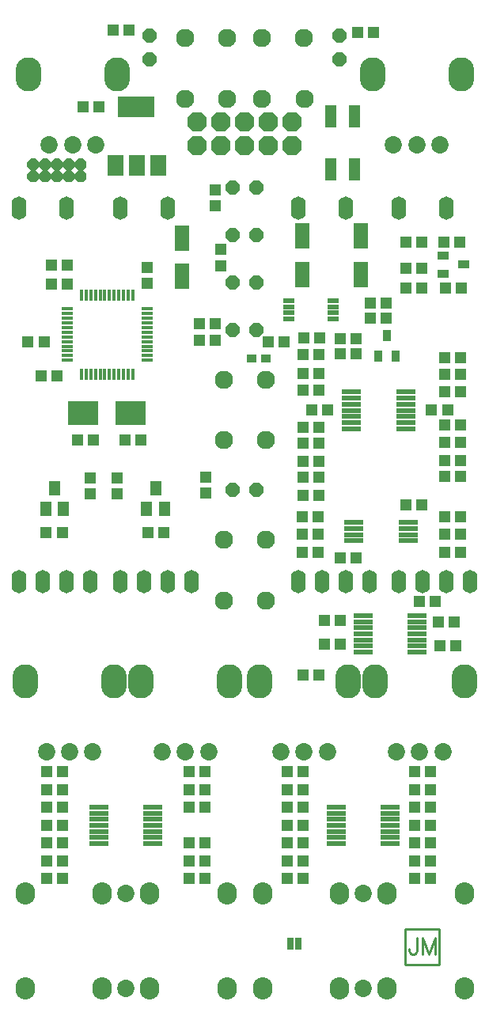
<source format=gts>
G04 DipTrace 4.1.1.0*
G04 alps_final1.GTS*
%MOIN*%
G04 #@! TF.FileFunction,Soldermask,Top*
G04 #@! TF.Part,Single*
%AMOUTLINE1*
4,1,8,
-0.025,-0.010355,
-0.010355,-0.025,
0.010355,-0.025,
0.025,-0.010355,
0.025,0.010355,
0.010355,0.025,
-0.010355,0.025,
-0.025,0.010355,
-0.025,-0.010355,
0*%
%AMOUTLINE4*
4,1,8,
0.041,0.016982,
0.016982,0.041,
-0.016982,0.041,
-0.041,0.016982,
-0.041,-0.016982,
-0.016982,-0.041,
0.016982,-0.041,
0.041,-0.016982,
0.041,0.016982,
0*%
%AMOUTLINE7*
4,1,8,
0.03,-0.012426,
0.012426,-0.03,
-0.012426,-0.03,
-0.03,-0.012426,
-0.03,0.012426,
-0.012426,0.03,
0.012426,0.03,
0.03,0.012426,
0.03,-0.012426,
0*%
%AMOUTLINE10*
4,1,8,
-0.012426,-0.03,
-0.03,-0.012426,
-0.03,0.012426,
-0.012426,0.03,
0.012426,0.03,
0.03,0.012426,
0.03,-0.012426,
0.012426,-0.03,
-0.012426,-0.03,
0*%
%AMOUTLINE12*
4,1,4,
-0.0125,-0.025,
0.0125,-0.025,
0.0125,0.025,
-0.0125,0.025,
-0.0125,-0.025,
0*%
%ADD17C,0.01*%
%ADD60O,0.063X0.098*%
%ADD62R,0.04737X0.018*%
%ADD64R,0.018X0.04737*%
%ADD66C,0.077*%
%ADD68O,0.108X0.143*%
%ADD70R,0.04737X0.063118*%
%ADD72R,0.12611X0.102488*%
%ADD74R,0.041465X0.035559*%
%ADD76C,0.073*%
%ADD78O,0.083X0.093*%
%ADD80R,0.04737X0.035559*%
%ADD82R,0.078866X0.023748*%
%ADD84R,0.048157X0.024142*%
%ADD86R,0.035559X0.04737*%
%ADD88R,0.158X0.087*%
%ADD90R,0.067X0.087*%
%ADD92R,0.04737X0.094614*%
%ADD94R,0.04737X0.051307*%
%ADD96R,0.051307X0.04737*%
%ADD98R,0.063118X0.110362*%
%ADD106OUTLINE1*%
%ADD109OUTLINE4*%
%ADD112OUTLINE7*%
%ADD115OUTLINE10*%
%ADD117OUTLINE12*%
%ADD103C,0.010807*%
%FSLAX26Y26*%
G04*
G70*
G90*
G75*
G01*
G04 TopMask*
%LPD*%
D98*
X1877384Y3601694D3*
X1877381Y3763112D3*
X1632281Y3601694D3*
X1632278Y3763112D3*
D96*
X597987Y3173382D3*
X531057D3*
D98*
X1125489Y3594000D3*
X1125486Y3755417D3*
D96*
X1486714Y3316748D3*
X1553643D3*
X885332Y2905811D3*
X952261D3*
X752261D3*
X685332D3*
X641742Y3559855D3*
X574813Y3559854D3*
X774589Y4306934D3*
X707660Y4306932D3*
D94*
X975785Y3565457D3*
X975784Y3632386D3*
D96*
X1858952Y3269000D3*
X1792023D3*
X1636097Y3333360D3*
X1703026D3*
X1634277Y3266244D3*
X1701206D3*
X2297737Y2819661D3*
X2230808D3*
Y2969093D3*
X2297737D3*
X621452Y1281500D3*
X554523D3*
X2297737Y3181593D3*
X2230808D3*
X2067687Y3737299D3*
X2134616D3*
X1633106Y2746596D3*
X1700035D3*
Y2890346D3*
X1633106D3*
X1737988Y3031500D3*
X1671059D3*
X2135098Y3627500D3*
X2068169D3*
X1633106Y3115346D3*
X1700035D3*
X2242417Y3031501D3*
X2175488Y3031499D3*
X621452Y1431500D3*
X554523D3*
Y1131500D3*
X621452D3*
X1221452Y1131501D3*
X1154523Y1131499D3*
X1221452Y1431500D3*
X1154523D3*
X2171452Y1281500D3*
X2104523D3*
X1633952D3*
X1567023D3*
X1696452Y2506500D3*
X1629523D3*
D92*
X1750488Y4044000D3*
X1850488D3*
Y4268803D3*
X1750488D3*
D90*
X843257Y4060163D3*
X933257D3*
X1023257D3*
D88*
X932257Y4308163D3*
D86*
X1987988Y3344000D3*
X2025389Y3257386D3*
X1950586D3*
D84*
X1762199Y3415197D3*
Y3440787D3*
Y3466378D3*
Y3491969D3*
X1573223D3*
Y3466378D3*
Y3440787D3*
Y3415197D3*
D82*
X1837988Y3106500D3*
Y3080909D3*
Y3055319D3*
Y3029728D3*
Y3004138D3*
Y2978547D3*
X1837996Y2952957D3*
X2066334D3*
Y2978547D3*
Y3004138D3*
Y3029728D3*
Y3055319D3*
Y3080909D3*
Y3106500D3*
D80*
X2311853Y3643660D3*
X2225239Y3606259D3*
Y3681062D3*
D78*
X1988488Y594000D3*
X2313488D3*
D76*
X1888488D3*
D78*
X988490D3*
X1313490D3*
D76*
X888490D3*
D78*
X1787488D3*
X1462488D3*
D76*
X1887488D3*
D78*
X787490D3*
X462490D3*
D76*
X887490D3*
D78*
X1988488Y994001D3*
X2313488Y994006D3*
D76*
X1888488Y993999D3*
D78*
X1787488Y994000D3*
X1462488Y993992D3*
D76*
X1887488Y994003D3*
D78*
X988488Y994001D3*
X1313488Y994006D3*
D76*
X888488Y993999D3*
D78*
X787488Y994000D3*
X462488Y993992D3*
D76*
X887488Y994003D3*
D106*
X698718Y4063825D3*
Y4013827D3*
X648718Y4063825D3*
Y4013827D3*
X598718Y4063825D3*
Y4013827D3*
X548718Y4063825D3*
Y4013827D3*
X498718Y4063825D3*
Y4013827D3*
D109*
X1187988Y4145804D3*
Y4245804D3*
X1287988Y4145804D3*
Y4245804D3*
X1387988Y4145804D3*
Y4245804D3*
X1487988Y4145804D3*
Y4245804D3*
X1587988Y4145804D3*
Y4245804D3*
D74*
X1415788Y3248290D3*
X1478780D3*
D112*
X1337988Y2694000D3*
X1437988D3*
X1337988Y3969000D3*
X1437988D3*
X1337988Y3769000D3*
X1437988D3*
X1337988Y3569000D3*
X1437988D3*
X1337988Y3369000D3*
X1437988D3*
D115*
X987988Y4606500D3*
Y4506500D3*
X1787988Y4606500D3*
Y4506500D3*
D72*
X907637Y3016948D3*
X708010D3*
D70*
X1012988Y2702102D3*
X1050389Y2615488D3*
X975586D3*
X587988Y2702102D3*
X625389Y2615488D3*
X550586D3*
D94*
X1225488Y2681500D3*
X1225487Y2748429D3*
D96*
X573379Y3642058D3*
X640308D3*
D94*
X1262485Y3957020D3*
Y3890091D3*
X1287988Y3706500D3*
Y3639571D3*
D96*
X1265403Y3326136D3*
X1198473Y3326134D3*
X1264914Y3394591D3*
X1197985Y3394590D3*
X1792023Y3331500D3*
X1858952D3*
X1864185Y4620496D3*
X1931114D3*
X1983952Y3419000D3*
X1917023D3*
X475488Y3319000D3*
X542417D3*
X2230808Y2894661D3*
X2297737D3*
X1046452Y2514602D3*
X979523D3*
D94*
X850488Y2677102D3*
X850487Y2744031D3*
D96*
X2297737Y2750912D3*
X2230808D3*
Y3106593D3*
X2297737D3*
X2300488Y3544000D3*
X2233559D3*
X2297737Y3250343D3*
X2230808D3*
X1983952Y3481500D3*
X1917023D3*
X901757Y4632611D3*
X834828Y4632609D3*
X1700035Y2815346D3*
X1633106D3*
X2226286Y3737579D3*
X2293215D3*
X1633106Y2671597D3*
X1700035D3*
X619237Y2514602D3*
X552308D3*
D94*
X737988Y2677102D3*
X737987Y2744031D3*
D96*
X1700035Y2959096D3*
X1633106D3*
X2066973Y3544256D3*
X2133903D3*
X1633106Y3184095D3*
X1700035Y3184097D3*
X621452Y1056500D3*
X554523D3*
X1154523D3*
X1221452D3*
X554523Y1506500D3*
X621452D3*
Y1356501D3*
X554523Y1356499D3*
Y1206500D3*
X621452D3*
X1154523Y1356500D3*
X1221452D3*
Y1506500D3*
X1154523D3*
D76*
X2223488Y1592751D3*
X2125488Y1592475D3*
X2027488Y1592751D3*
D68*
X1938488Y1887751D3*
X2312488D3*
D96*
X1221452Y1206501D3*
X1154523Y1206499D3*
X1567023Y1356500D3*
X1633952D3*
X1567023Y1506500D3*
X1633952D3*
D76*
X1735988Y1592751D3*
X1637988Y1592475D3*
X1539988Y1592751D3*
D68*
X1450988Y1887751D3*
X1824988D3*
D96*
X1567023Y1206500D3*
X1633952D3*
X1567023Y1056500D3*
X1633952D3*
D76*
X1235988Y1592751D3*
X1137988Y1592475D3*
X1039988Y1592751D3*
D68*
X950988Y1887751D3*
X1324988D3*
D96*
X2171452Y1206501D3*
X2104523Y1206499D3*
X2171452Y1056500D3*
X2104523D3*
D76*
X748488Y1592751D3*
X650488Y1592475D3*
X552488Y1592751D3*
D68*
X463488Y1887751D3*
X837488D3*
D96*
X2171452Y1506500D3*
X2104523D3*
X2171452Y1356500D3*
X2104523D3*
X1633952Y1431500D3*
X1567023D3*
X1633952Y1131500D3*
X1567023D3*
X2104523D3*
X2171452D3*
X2104523Y1431500D3*
X2171452D3*
D76*
X760988Y4149000D3*
X662988Y4148724D3*
X564988Y4149000D3*
D68*
X475988Y4444000D3*
X849988D3*
D96*
X1629523Y2431500D3*
X1696452D3*
Y2581500D3*
X1629523D3*
D117*
X1614488Y781596D3*
X1581023D3*
D66*
X1299194Y2484307D3*
X1476361Y2484600D3*
X1476782Y2228694D3*
X1299199Y2228353D3*
X1476782Y2903693D3*
X1299615Y2903400D3*
X1299194Y3159306D3*
X1476777Y3159647D3*
X1461694Y4596807D3*
X1638861Y4597100D3*
X1639282Y4341194D3*
X1461699Y4340853D3*
X1136694Y4596807D3*
X1313861Y4597100D3*
X1314282Y4341194D3*
X1136699Y4340853D3*
D82*
X773815Y1358272D3*
Y1332681D3*
Y1307091D3*
Y1281500D3*
Y1255909D3*
Y1230319D3*
X773822Y1204728D3*
X1002161D3*
Y1230319D3*
Y1255909D3*
Y1281500D3*
Y1307091D3*
Y1332681D3*
Y1358272D3*
X1773815D3*
Y1332681D3*
Y1307091D3*
Y1281500D3*
Y1255909D3*
Y1230319D3*
X1773822Y1204728D3*
X2002161D3*
Y1230319D3*
Y1255909D3*
Y1281500D3*
Y1307091D3*
Y1332681D3*
Y1358272D3*
X1848815Y2557386D3*
Y2531795D3*
Y2506205D3*
Y2480614D3*
X2077161D3*
Y2506205D3*
Y2531795D3*
Y2557386D3*
D96*
X2296452Y2581500D3*
X2229523D3*
Y2431500D3*
X2296452D3*
Y2506500D3*
X2229523D3*
D64*
X700488Y3181500D3*
X720173D3*
X739858D3*
X759543D3*
X779228D3*
X798913D3*
X818598D3*
X838283D3*
X857968D3*
X877653D3*
X897338D3*
X917023D3*
D62*
X976078Y3240555D3*
Y3260240D3*
Y3279925D3*
Y3299610D3*
Y3319295D3*
Y3338980D3*
Y3358665D3*
Y3378350D3*
Y3398035D3*
Y3417720D3*
Y3437406D3*
Y3457091D3*
D64*
X917023Y3516146D3*
X897338D3*
X877653D3*
X857968D3*
X838283D3*
X818598D3*
X798913D3*
X779228D3*
X759543D3*
X739858D3*
X720173D3*
X700488D3*
D62*
X641433Y3457091D3*
Y3437406D3*
Y3417720D3*
Y3398035D3*
Y3378350D3*
Y3358665D3*
Y3338980D3*
Y3319295D3*
Y3299610D3*
Y3279925D3*
Y3260240D3*
Y3240555D3*
D76*
X2210988Y4149000D3*
X2112988Y4148724D3*
X2014988Y4149000D3*
D68*
X1925988Y4444000D3*
X2299988D3*
D96*
X1792023Y2406500D3*
X1858952D3*
X2067023Y2631500D3*
X2133952D3*
D60*
X2237988Y2306598D3*
X2337988D3*
X2237988Y3881402D3*
X2137988Y2306598D3*
X2037988Y3881402D3*
Y2306598D3*
X1812988D3*
X1912988D3*
X1812988Y3881402D3*
X1712988Y2306598D3*
X1612988Y3881402D3*
Y2306598D3*
X1062988D3*
X1162988D3*
X1062988Y3881402D3*
X962988Y2306598D3*
X862988Y3881402D3*
Y2306598D3*
X637988D3*
X737988D3*
X637988Y3881402D3*
X537988Y2306598D3*
X437988Y3881402D3*
Y2306598D3*
D82*
X1886315Y2164522D3*
Y2138932D3*
Y2113341D3*
Y2087751D3*
Y2062160D3*
Y2036570D3*
X1886322Y2010979D3*
X2114661D3*
Y2036570D3*
Y2062160D3*
Y2087751D3*
Y2113341D3*
Y2138932D3*
Y2164522D3*
D96*
X2210773Y2037751D3*
X2277702D3*
X2204523Y2137751D3*
X2271452D3*
X1790202Y2144000D3*
X1723273D3*
X1790202Y2044000D3*
X1723273D3*
X2189595Y2223738D3*
X2122666D3*
X1701979Y1913165D3*
X1635050D3*
X2062988Y844000D2*
D17*
X2206738D1*
Y694000D1*
X2062988D1*
Y844000D1*
X2114396Y807758D2*
D103*
Y754213D1*
X2111069Y744154D1*
X2107664Y740826D1*
X2101010Y737422D1*
X2094278D1*
X2087623Y740826D1*
X2084296Y744154D1*
X2080892Y754213D1*
Y760867D1*
X2189556Y737422D2*
Y807758D1*
X2162783Y737422D1*
X2136011Y807758D1*
Y737422D1*
M02*

</source>
